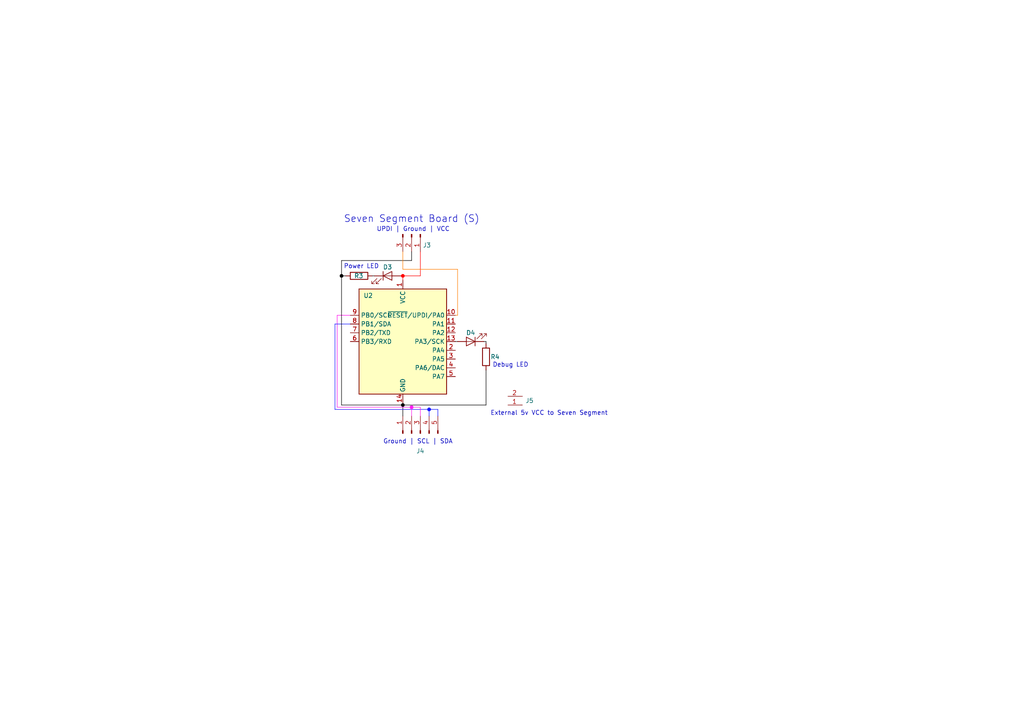
<source format=kicad_sch>
(kicad_sch (version 20211123) (generator eeschema)
  (paper "A4")
  (lib_symbols
    (symbol "Fab Library:Conn_PinHeader_1x02_P2.54mm_Horizontal_SMD" (pin_names (offset 1.016))
      (property "Reference" "J" (at 0 2.54 0))
      (property "Value" "Conn_PinHeader_1x02_P2.54mm_Horizontal_SMD" (at 0 -5.08 0))
      (symbol "Conn_PinHeader_1x02_P2.54mm_Horizontal_SMD_1_1"
        (polyline (pts (xy 1.27 -2.54) (xy 0.8636 -2.54)) (stroke (width 0.1524)))
        (polyline (pts (xy 1.27 0) (xy 0.8636 0)) (stroke (width 0.1524)))
        (pin passive line (at 5.08 0 180) (length 3.81) (name "~") (number "1"))
        (pin passive line (at 5.08 -2.54 180) (length 3.81) (name "~") (number "2"))
      )
    )
    (symbol "Fab Library:Conn_PinHeader_1x03_P2.54mm_Horizontal_SMD" (pin_names (offset 1.016) hide)
      (property "Reference" "J" (at 0 5.08 0))
      (property "Value" "Conn_PinHeader_1x03_P2.54mm_Horizontal_SMD" (at 0 -5.08 0))
      (symbol "Conn_PinHeader_1x03_P2.54mm_Horizontal_SMD_1_1"
        (polyline (pts (xy 1.27 -2.54) (xy 0.8636 -2.54)) (stroke (width 0.1524)))
        (polyline (pts (xy 1.27 0) (xy 0.8636 0)) (stroke (width 0.1524)))
        (polyline (pts (xy 1.27 2.54) (xy 0.8636 2.54)) (stroke (width 0.1524)))
        (rectangle (start 0.8636 -2.413) (end 0 -2.667) (stroke (width 0.1524)) (fill (type outline)))
        (rectangle (start 0.8636 0.127) (end 0 -0.127) (stroke (width 0.1524)) (fill (type outline)))
        (rectangle (start 0.8636 2.667) (end 0 2.413) (stroke (width 0.1524)) (fill (type outline)))
        (pin passive line (at 5.08 2.54 180) (length 3.81) (name "Pin_1") (number "1"))
        (pin passive line (at 5.08 0 180) (length 3.81) (name "Pin_2") (number "2"))
        (pin passive line (at 5.08 -2.54 180) (length 3.81) (name "Pin_3") (number "3"))
      )
    )
    (symbol "Fab Library:Conn_PinHeader_1x05_P2.54mm_Horizontal_SMD" (pin_names (offset 1.016) hide)
      (property "Reference" "J" (at 0 7.62 0))
      (property "Value" "Conn_PinHeader_1x05_P2.54mm_Horizontal_SMD" (at 0 -7.62 0))
      (symbol "Conn_PinHeader_1x05_P2.54mm_Horizontal_SMD_1_1"
        (polyline (pts (xy 1.27 -5.08) (xy 0.8636 -5.08)) (stroke (width 0.1524)))
        (polyline (pts (xy 1.27 -2.54) (xy 0.8636 -2.54)) (stroke (width 0.1524)))
        (polyline (pts (xy 1.27 0) (xy 0.8636 0)) (stroke (width 0.1524)))
        (polyline (pts (xy 1.27 2.54) (xy 0.8636 2.54)) (stroke (width 0.1524)))
        (polyline (pts (xy 1.27 5.08) (xy 0.8636 5.08)) (stroke (width 0.1524)))
        (rectangle (start 0.8636 -4.953) (end 0 -5.207) (stroke (width 0.1524)) (fill (type outline)))
        (rectangle (start 0.8636 -2.413) (end 0 -2.667) (stroke (width 0.1524)) (fill (type outline)))
        (rectangle (start 0.8636 0.127) (end 0 -0.127) (stroke (width 0.1524)) (fill (type outline)))
        (rectangle (start 0.8636 2.667) (end 0 2.413) (stroke (width 0.1524)) (fill (type outline)))
        (rectangle (start 0.8636 5.207) (end 0 4.953) (stroke (width 0.1524)) (fill (type outline)))
        (pin passive line (at 5.08 5.08 180) (length 3.81) (name "Pin_1") (number "1"))
        (pin passive line (at 5.08 2.54 180) (length 3.81) (name "Pin_2") (number "2"))
        (pin passive line (at 5.08 0 180) (length 3.81) (name "Pin_3") (number "3"))
        (pin passive line (at 5.08 -2.54 180) (length 3.81) (name "Pin_4") (number "4"))
        (pin passive line (at 5.08 -5.08 180) (length 3.81) (name "Pin_5") (number "5"))
      )
    )
    (symbol "Fab Library:LED" (pin_numbers hide) (pin_names (offset 1.016) hide)
      (property "Reference" "D" (at 0 2.54 0))
      (property "Value" "LED" (at 0 -2.54 0))
      (symbol "LED_0_1"
        (polyline (pts (xy -1.27 -1.27) (xy -1.27 1.27)) (stroke (width 0.2032)))
        (polyline (pts (xy -1.27 0) (xy 1.27 0)))
        (polyline (pts (xy 1.27 -1.27) (xy 1.27 1.27) (xy -1.27 0) (xy 1.27 -1.27)) (stroke (width 0.2032)))
        (polyline (pts (xy -3.048 -0.762) (xy -4.572 -2.286) (xy -3.81 -2.286) (xy -4.572 -2.286) (xy -4.572 -1.524)))
        (polyline (pts (xy -1.778 -0.762) (xy -3.302 -2.286) (xy -2.54 -2.286) (xy -3.302 -2.286) (xy -3.302 -1.524)))
      )
      (symbol "LED_1_1"
        (pin passive line (at -3.81 0 0) (length 2.54) (name "K") (number "1"))
        (pin passive line (at 3.81 0 180) (length 2.54) (name "A") (number "2"))
      )
    )
    (symbol "Fab Library:Microcontroller_ATtiny1614-SSFR"
      (property "Reference" "U" (at -12.7 17.78 0))
      (property "Value" "Microcontroller_ATtiny1614-SSFR" (at 7.62 17.78 0))
      (symbol "Microcontroller_ATtiny1614-SSFR_0_1"
        (rectangle (start -12.7 -15.24) (end 12.7 15.24) (stroke (width 0.254)) (fill (type background)))
      )
      (symbol "Microcontroller_ATtiny1614-SSFR_1_1"
        (pin power_in line (at 0 17.78 270) (length 2.54) (name "VCC") (number "1"))
        (pin bidirectional line (at 15.24 7.62 180) (length 2.54) (name "~{RESET}/UPDI/PA0") (number "10"))
        (pin bidirectional line (at 15.24 5.08 180) (length 2.54) (name "PA1") (number "11"))
        (pin bidirectional line (at 15.24 2.54 180) (length 2.54) (name "PA2") (number "12"))
        (pin bidirectional line (at 15.24 0 180) (length 2.54) (name "PA3/SCK") (number "13"))
        (pin power_in line (at 0 -17.78 90) (length 2.54) (name "GND") (number "14"))
        (pin bidirectional line (at 15.24 -2.54 180) (length 2.54) (name "PA4") (number "2"))
        (pin bidirectional line (at 15.24 -5.08 180) (length 2.54) (name "PA5") (number "3"))
        (pin bidirectional line (at 15.24 -7.62 180) (length 2.54) (name "PA6/DAC") (number "4"))
        (pin bidirectional line (at 15.24 -10.16 180) (length 2.54) (name "PA7") (number "5"))
        (pin bidirectional line (at -15.24 0 0) (length 2.54) (name "PB3/RXD") (number "6"))
        (pin bidirectional line (at -15.24 2.54 0) (length 2.54) (name "PB2/TXD") (number "7"))
        (pin bidirectional line (at -15.24 5.08 0) (length 2.54) (name "PB1/SDA") (number "8"))
        (pin bidirectional line (at -15.24 7.62 0) (length 2.54) (name "PB0/SCL") (number "9"))
      )
    )
    (symbol "Fab Library:R" (pin_numbers hide) (pin_names (offset 0))
      (property "Reference" "R" (at 2.032 0 90))
      (property "Value" "R" (at 0 0 90))
      (symbol "R_0_1"
        (rectangle (start -1.016 -2.54) (end 1.016 2.54) (stroke (width 0.254)))
      )
      (symbol "R_1_1"
        (pin passive line (at 0 3.81 270) (length 1.27) (name "~") (number "1"))
        (pin passive line (at 0 -3.81 90) (length 1.27) (name "~") (number "2"))
      )
    )
  )
  (junction (at 119.38 118.11) (color 255 22 236 1))
  (junction (at 116.84 117.475) (color 0 0 0 1))
  (junction (at 116.84 80.01) (color 253 0 0 1))
  (junction (at 99.06 80.01) (color 0 0 0 1))
  (junction (at 124.46 118.745) (color 14 17 255 1))
  (wire (pts (xy 119.38 118.11) (xy 119.38 120.65)) (stroke (width 0) (color 255 22 236 1)))
  (wire (pts (xy 99.06 117.475) (xy 116.84 117.475)) (stroke (width 0) (color 0 0 0 1)))
  (wire (pts (xy 116.205 80.01) (xy 116.84 80.01)) (stroke (width 0) (color 255 0 0 1)))
  (wire (pts (xy 116.84 78.105) (xy 116.84 73.025)) (stroke (width 0) (color 255 129 8 1)))
  (wire (pts (xy 132.715 78.105) (xy 116.84 78.105)) (stroke (width 0) (color 255 129 8 1)))
  (wire (pts (xy 121.92 118.11) (xy 121.92 120.65)) (stroke (width 0) (color 255 22 236 1)))
  (wire (pts (xy 97.155 93.98) (xy 97.155 118.745)) (stroke (width 0) (color 14 17 255 1)))
  (wire (pts (xy 119.38 75.565) (xy 119.38 73.025)) (stroke (width 0) (color 0 0 0 1)))
  (wire (pts (xy 116.84 117.475) (xy 116.84 116.84)) (stroke (width 0) (color 0 0 0 1)))
  (wire (pts (xy 119.38 118.11) (xy 97.79 118.11)) (stroke (width 0) (color 255 22 236 1)))
  (wire (pts (xy 124.46 118.745) (xy 124.46 120.65)) (stroke (width 0) (color 14 17 255 1)))
  (wire (pts (xy 99.06 75.565) (xy 99.06 80.01)) (stroke (width 0) (color 0 0 0 1)))
  (wire (pts (xy 116.84 80.01) (xy 116.84 81.28)) (stroke (width 0) (color 255 0 0 1)))
  (wire (pts (xy 127 118.745) (xy 127 120.65)) (stroke (width 0) (color 14 17 255 1)))
  (wire (pts (xy 99.06 80.01) (xy 100.33 80.01)) (stroke (width 0) (color 0 0 0 1)))
  (wire (pts (xy 99.06 80.01) (xy 99.06 117.475)) (stroke (width 0) (color 0 0 0 1)))
  (wire (pts (xy 121.92 80.01) (xy 116.84 80.01)) (stroke (width 0) (color 255 0 0 1)))
  (wire (pts (xy 97.155 118.745) (xy 124.46 118.745)) (stroke (width 0) (color 14 17 255 1)))
  (wire (pts (xy 140.97 99.06) (xy 140.97 99.695)) (stroke (width 0) (color 0 0 0 1)))
  (wire (pts (xy 107.95 80.01) (xy 108.585 80.01)) (stroke (width 0) (color 0 0 0 1)))
  (wire (pts (xy 121.92 73.025) (xy 121.92 80.01)) (stroke (width 0) (color 255 0 0 1)))
  (wire (pts (xy 124.46 118.745) (xy 127 118.745)) (stroke (width 0) (color 14 17 255 1)))
  (wire (pts (xy 116.84 117.475) (xy 116.84 120.65)) (stroke (width 0) (color 0 0 0 1)))
  (wire (pts (xy 140.97 117.475) (xy 116.84 117.475)) (stroke (width 0) (color 0 0 0 1)))
  (wire (pts (xy 132.08 99.06) (xy 132.715 99.06)) (stroke (width 0) (color 2 0 0 1)))
  (wire (pts (xy 101.6 93.98) (xy 97.155 93.98)) (stroke (width 0) (color 14 17 255 1)))
  (wire (pts (xy 132.715 91.44) (xy 132.08 91.44)) (stroke (width 0) (color 255 129 8 1)))
  (wire (pts (xy 101.6 91.44) (xy 97.79 91.44)) (stroke (width 0) (color 255 22 236 1)))
  (wire (pts (xy 97.79 91.44) (xy 97.79 118.11)) (stroke (width 0) (color 255 22 236 1)))
  (wire (pts (xy 140.97 107.315) (xy 140.97 117.475)) (stroke (width 0) (color 0 0 0 1)))
  (wire (pts (xy 132.715 78.105) (xy 132.715 91.44)) (stroke (width 0) (color 255 129 8 1)))
  (wire (pts (xy 119.38 75.565) (xy 99.06 75.565)) (stroke (width 0) (color 0 0 0 1)))
  (wire (pts (xy 140.335 99.06) (xy 140.97 99.06)) (stroke (width 0) (color 0 0 0 1)))
  (wire (pts (xy 121.92 118.11) (xy 119.38 118.11)) (stroke (width 0) (color 255 22 236 1)))
  (text "Seven Segment Board (S)" (at 99.695 64.77 0) (effects (font (size 2 2)) (justify left bottom)))
  (text "External 5v VCC to Seven Segment" (at 142.24 120.65 0) (effects (font (size 1.27 1.27)) (justify left bottom)))
  (text "Ground | SCL | SDA" (at 111.125 128.905 0) (effects (font (size 1.27 1.27)) (justify left bottom)))
  (text "UPDI | Ground | VCC" (at 109.22 67.31 0) (effects (font (size 1.27 1.27)) (justify left bottom)))
  (text "Debug LED" (at 142.875 106.68 0) (effects (font (size 1.27 1.27)) (justify left bottom)))
  (text "Power LED" (at 99.695 78.105 0) (effects (font (size 1.27 1.27)) (justify left bottom)))
  (symbol (lib_id "Fab Library:Conn_PinHeader_1x02_P2.54mm_Horizontal_SMD") (at 152.4 117.475 180) (unit 1)
    (property "Reference" "J5" (at 152.4 116.2049 0) (effects (justify right)))
    (property "Value" "Conn_PinHeader_1x02_P2.54mm_Horizontal_SMD" (effects hide))
    (property "Footprint" "fab:PinHeader_UPDI_01x02_P2.54mm_Horizontal_SMD" (effects hide))
  )
  (symbol (lib_id "Fab Library:R") (at 140.97 103.505 0) (unit 1)
    (property "Reference" "R4" (at 142.24 103.505 0) (effects (justify left)))
    (property "Value" "R" (effects hide))
    (property "Footprint" "fab:R_1206" (effects hide))
  )
  (symbol (lib_id "Fab Library:LED") (at 112.395 80.01 0) (unit 1)
    (property "Reference" "D3" (at 112.395 77.47 0))
    (property "Value" "LED" (effects hide))
    (property "Footprint" "fab:LED_1206" (effects hide))
    (property "Datasheet" "https://optoelectronics.liteon.com/upload/download/DS-22-98-0002/LTST-C150CKT.pdf" (effects hide))
  )
  (symbol (lib_id "Fab Library:Conn_PinHeader_1x05_P2.54mm_Horizontal_SMD") (at 121.92 125.73 90) (unit 1)
    (property "Reference" "J4" (at 121.92 130.81 90))
    (property "Value" "Conn_PinHeader_1x05_P2.54mm_Horizontal_SMD" (effects hide))
    (property "Footprint" "fab:PinHeader_1x05_P2.54mm_Horizontal_SMD" (effects hide))
  )
  (symbol (lib_id "Fab Library:LED") (at 136.525 99.06 180) (unit 1)
    (property "Reference" "D4" (at 136.525 96.52 0))
    (property "Value" "LED" (effects hide))
    (property "Footprint" "fab:LED_1206" (effects hide))
    (property "Datasheet" "https://optoelectronics.liteon.com/upload/download/DS-22-98-0002/LTST-C150CKT.pdf" (effects hide))
  )
  (symbol (lib_id "Fab Library:Microcontroller_ATtiny1614-SSFR") (at 116.84 99.06 0) (unit 1)
    (property "Reference" "U2" (at 105.41 85.725 0) (effects (justify left)))
    (property "Value" "Microcontroller_ATtiny1614-SSFR" (effects hide))
    (property "Footprint" "fab:SOIC-14_3.9x8.7mm_P1.27mm" (effects hide))
    (property "Datasheet" "http://ww1.microchip.com/downloads/en/DeviceDoc/ATtiny1614-16-17-DataSheet-DS40002204A.pdf" (effects hide))
  )
  (symbol (lib_id "Fab Library:Conn_PinHeader_1x03_P2.54mm_Horizontal_SMD") (at 119.38 67.945 270) (unit 1)
    (property "Reference" "J3" (at 123.825 71.12 90))
    (property "Value" "Conn_PinHeader_1x03_P2.54mm_Horizontal_SMD" (effects hide))
    (property "Footprint" "fab:PinHeader_1x03_P2.54mm_Horizontal_SMD" (effects hide))
  )
  (symbol (lib_id "Fab Library:R") (at 104.14 80.01 90) (unit 1)
    (property "Reference" "R3" (at 105.41 80.01 90) (effects (justify left)))
    (property "Value" "R" (effects hide))
    (property "Footprint" "fab:R_1206" (effects hide))
  )
)
</source>
